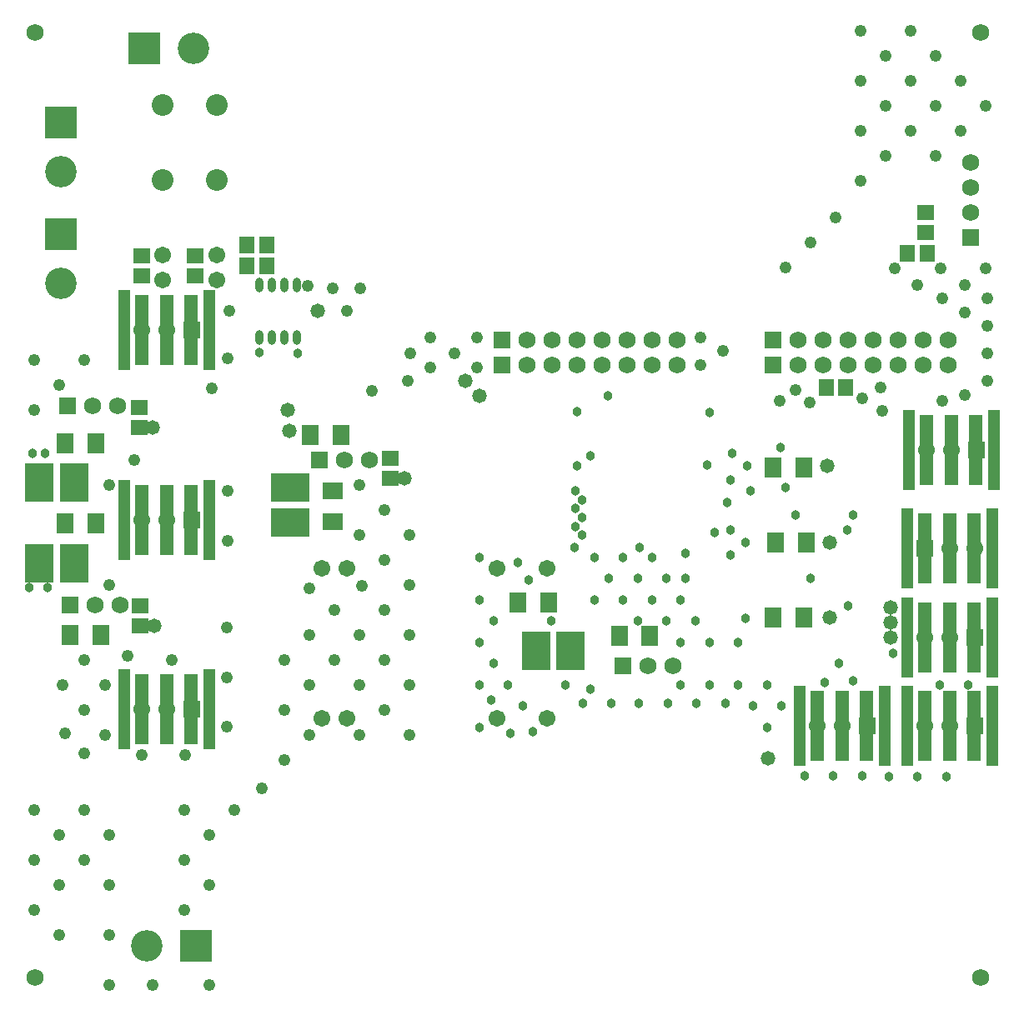
<source format=gts>
G04 Layer_Color=8388736*
%FSLAX25Y25*%
%MOIN*%
G70*
G01*
G75*
%ADD48O,0.03162X0.05918*%
%ADD49R,0.06706X0.06312*%
%ADD50R,0.06312X0.06706*%
%ADD51R,0.05682X0.28359*%
%ADD52R,0.05131X0.32296*%
%ADD53R,0.15643X0.11509*%
%ADD54R,0.11509X0.15643*%
%ADD55R,0.06706X0.08280*%
%ADD56R,0.08280X0.06706*%
%ADD57C,0.08674*%
%ADD58C,0.06706*%
%ADD59C,0.06800*%
%ADD60R,0.06800X0.06800*%
%ADD61R,0.06800X0.06800*%
%ADD62R,0.06706X0.06706*%
%ADD63R,0.12611X0.12611*%
%ADD64C,0.12611*%
%ADD65R,0.12611X0.12611*%
%ADD66C,0.04800*%
%ADD67C,0.03800*%
%ADD68C,0.05800*%
D48*
X89468Y256067D02*
D03*
X94468D02*
D03*
X99468D02*
D03*
X104469D02*
D03*
X89468Y276933D02*
D03*
X94468D02*
D03*
X99468D02*
D03*
X104469D02*
D03*
D49*
X64000Y288437D02*
D03*
Y280563D02*
D03*
X356000Y305937D02*
D03*
Y298063D02*
D03*
X42500Y288437D02*
D03*
Y280563D02*
D03*
X142000Y199563D02*
D03*
Y207437D02*
D03*
X42000Y140563D02*
D03*
Y148437D02*
D03*
X41500Y220063D02*
D03*
Y227937D02*
D03*
D50*
X92437Y284500D02*
D03*
X84563D02*
D03*
X323937Y236000D02*
D03*
X316063D02*
D03*
X356437Y289500D02*
D03*
X348563D02*
D03*
X92437Y293000D02*
D03*
X84563D02*
D03*
D51*
X365500Y136041D02*
D03*
X375342D02*
D03*
X355657D02*
D03*
X365500Y100500D02*
D03*
X375342D02*
D03*
X355657D02*
D03*
X322500Y100500D02*
D03*
X332343D02*
D03*
X312658D02*
D03*
X365500Y171500D02*
D03*
X355657D02*
D03*
X375342D02*
D03*
X366100Y211000D02*
D03*
X375943D02*
D03*
X356258D02*
D03*
X52500Y107100D02*
D03*
X62343D02*
D03*
X42658D02*
D03*
X52500Y183050D02*
D03*
X62343D02*
D03*
X42658D02*
D03*
X52500Y259000D02*
D03*
X62343D02*
D03*
X42658D02*
D03*
D52*
X348551Y136041D02*
D03*
X382449D02*
D03*
X348551Y100500D02*
D03*
X382449D02*
D03*
X305551Y100500D02*
D03*
X339449D02*
D03*
X382448Y171500D02*
D03*
X348551D02*
D03*
X349151Y211000D02*
D03*
X383049D02*
D03*
X35551Y107100D02*
D03*
X69449D02*
D03*
X35551Y183050D02*
D03*
X69449D02*
D03*
X35551Y259000D02*
D03*
X69449D02*
D03*
D53*
X102000Y182032D02*
D03*
Y195968D02*
D03*
D54*
X1531Y165500D02*
D03*
X15469D02*
D03*
X200031Y130500D02*
D03*
X213968D02*
D03*
X1531Y198000D02*
D03*
X15469D02*
D03*
D55*
X307102Y144000D02*
D03*
X294898D02*
D03*
X308102Y174000D02*
D03*
X295898D02*
D03*
X109898Y217000D02*
D03*
X122102D02*
D03*
X307102Y203969D02*
D03*
X294898D02*
D03*
X13898Y137000D02*
D03*
X26102D02*
D03*
X233398Y136500D02*
D03*
X245602D02*
D03*
X192898Y150000D02*
D03*
X205102D02*
D03*
X11898Y213500D02*
D03*
X24102D02*
D03*
X11898Y181500D02*
D03*
X24102D02*
D03*
D56*
X119000Y182398D02*
D03*
Y194602D02*
D03*
D57*
X72379Y349000D02*
D03*
Y319000D02*
D03*
X50879Y349000D02*
D03*
Y319000D02*
D03*
D58*
X72379Y289000D02*
D03*
Y279000D02*
D03*
X50879Y289000D02*
D03*
Y279000D02*
D03*
X114500Y103500D02*
D03*
X124500D02*
D03*
X184500D02*
D03*
X204500D02*
D03*
X114500Y163500D02*
D03*
X204500D02*
D03*
X184500D02*
D03*
X124500D02*
D03*
X355500Y136041D02*
D03*
X365500D02*
D03*
X355500Y100500D02*
D03*
X365500D02*
D03*
X312500Y100500D02*
D03*
X322500D02*
D03*
X375500Y171500D02*
D03*
X365500D02*
D03*
X356100Y211000D02*
D03*
X366100D02*
D03*
X42500Y107100D02*
D03*
X52500D02*
D03*
X42500Y183050D02*
D03*
X52500D02*
D03*
X42500Y259000D02*
D03*
X52500D02*
D03*
D59*
X133500Y207000D02*
D03*
X123500D02*
D03*
X33984Y149000D02*
D03*
X23984D02*
D03*
X255000Y124500D02*
D03*
X245000D02*
D03*
X33000Y228500D02*
D03*
X23000D02*
D03*
X325000Y255000D02*
D03*
X335000D02*
D03*
X345000D02*
D03*
X355000D02*
D03*
X365000D02*
D03*
X305000D02*
D03*
X315000D02*
D03*
X374000Y326000D02*
D03*
Y316000D02*
D03*
Y306000D02*
D03*
X325000Y245000D02*
D03*
X335000D02*
D03*
X345000D02*
D03*
X355000D02*
D03*
X365000D02*
D03*
X305000D02*
D03*
X315000D02*
D03*
X216500D02*
D03*
X226500D02*
D03*
X236500D02*
D03*
X246500D02*
D03*
X256500D02*
D03*
X196500D02*
D03*
X206500D02*
D03*
X216500Y255000D02*
D03*
X226500D02*
D03*
X236500D02*
D03*
X246500D02*
D03*
X256500D02*
D03*
X196500D02*
D03*
X206500D02*
D03*
X0Y377953D02*
D03*
X377953D02*
D03*
Y0D02*
D03*
X0D02*
D03*
D60*
X113500Y207000D02*
D03*
X13984Y149000D02*
D03*
X235000Y124500D02*
D03*
X13000Y228500D02*
D03*
X295000Y255000D02*
D03*
Y245000D02*
D03*
X186500D02*
D03*
Y255000D02*
D03*
D61*
X374000Y296000D02*
D03*
D62*
X375500Y136041D02*
D03*
Y100500D02*
D03*
X332500Y100500D02*
D03*
X355500Y171500D02*
D03*
X376100Y211000D02*
D03*
X62500Y107100D02*
D03*
Y183050D02*
D03*
Y259000D02*
D03*
D63*
X10266Y297342D02*
D03*
Y341843D02*
D03*
D64*
Y277658D02*
D03*
Y322158D02*
D03*
X63055Y371500D02*
D03*
X44445Y12500D02*
D03*
D65*
X43370Y371500D02*
D03*
X64130Y12500D02*
D03*
D66*
X77000Y194500D02*
D03*
Y174500D02*
D03*
X130500Y156500D02*
D03*
X109500Y155500D02*
D03*
X47000Y-3000D02*
D03*
X54500Y127000D02*
D03*
X37000Y128500D02*
D03*
X70500Y235500D02*
D03*
X77000Y247500D02*
D03*
X77500Y266500D02*
D03*
X-500Y227000D02*
D03*
X19500Y247000D02*
D03*
X9500Y237000D02*
D03*
X-500Y247000D02*
D03*
X39500Y207000D02*
D03*
X29500Y197000D02*
D03*
Y157000D02*
D03*
X76535Y140053D02*
D03*
Y120053D02*
D03*
Y100270D02*
D03*
X60000Y89000D02*
D03*
X42500D02*
D03*
X11000Y117000D02*
D03*
X12000Y97500D02*
D03*
X28000Y117000D02*
D03*
X19500Y127000D02*
D03*
X28000Y97000D02*
D03*
X19500Y107000D02*
D03*
Y89500D02*
D03*
X-500Y67000D02*
D03*
X9500Y17000D02*
D03*
Y57000D02*
D03*
X19500Y67000D02*
D03*
Y47000D02*
D03*
X29500Y-3000D02*
D03*
Y17000D02*
D03*
X9500Y37000D02*
D03*
X-500Y27000D02*
D03*
Y47000D02*
D03*
X29500Y37000D02*
D03*
Y57000D02*
D03*
X69500Y-3000D02*
D03*
X59500Y27000D02*
D03*
Y67000D02*
D03*
X69500Y37000D02*
D03*
X59500Y47000D02*
D03*
X69500Y57000D02*
D03*
X79500Y67000D02*
D03*
X90500Y75500D02*
D03*
X99500Y87000D02*
D03*
Y107000D02*
D03*
Y127000D02*
D03*
X129500Y197000D02*
D03*
X139500Y187000D02*
D03*
X129500Y177000D02*
D03*
X149500D02*
D03*
X139500Y167000D02*
D03*
X119500Y147000D02*
D03*
X149500Y157000D02*
D03*
X139500Y147000D02*
D03*
X149500Y137000D02*
D03*
X109500Y117000D02*
D03*
X129500D02*
D03*
X139500Y107000D02*
D03*
X119500Y127000D02*
D03*
X139500D02*
D03*
X129500Y137000D02*
D03*
X109500D02*
D03*
X149500Y117000D02*
D03*
X109500Y97000D02*
D03*
X129500D02*
D03*
X149500D02*
D03*
X109000Y276500D02*
D03*
X119000Y275500D02*
D03*
X124500Y266500D02*
D03*
X130000Y275500D02*
D03*
X134500Y234500D02*
D03*
X150000Y249500D02*
D03*
X149000Y238500D02*
D03*
X167500Y249500D02*
D03*
X176500Y256000D02*
D03*
X158000D02*
D03*
Y244000D02*
D03*
X176500D02*
D03*
X275000Y250500D02*
D03*
X266000Y256000D02*
D03*
Y245000D02*
D03*
X309500Y230000D02*
D03*
X304000Y235000D02*
D03*
X297500Y230500D02*
D03*
X338500Y226500D02*
D03*
X330500Y231500D02*
D03*
X338000Y236000D02*
D03*
X362500Y230500D02*
D03*
X371500Y233000D02*
D03*
X380500Y238500D02*
D03*
Y249500D02*
D03*
Y260500D02*
D03*
X371500Y266000D02*
D03*
X380500Y271500D02*
D03*
X343500Y283500D02*
D03*
X352500Y277000D02*
D03*
X362500Y271500D02*
D03*
X362000Y283500D02*
D03*
X380000D02*
D03*
X371500Y277000D02*
D03*
X310000Y294000D02*
D03*
X300000Y284000D02*
D03*
X320000Y304000D02*
D03*
X330000Y318500D02*
D03*
X340000Y328500D02*
D03*
X360000D02*
D03*
X380000Y348500D02*
D03*
X370000Y338500D02*
D03*
X350000D02*
D03*
X330000D02*
D03*
X370000Y358500D02*
D03*
X330000Y378500D02*
D03*
X350000D02*
D03*
X360000Y368500D02*
D03*
X340000D02*
D03*
X360000Y348500D02*
D03*
X350000Y358500D02*
D03*
X340000Y348500D02*
D03*
X330000Y358500D02*
D03*
D67*
X364024Y80405D02*
D03*
X307500Y80500D02*
D03*
X319000D02*
D03*
X330500D02*
D03*
X298000Y212039D02*
D03*
X189976Y97645D02*
D03*
X177500Y100000D02*
D03*
X198698Y98198D02*
D03*
X281000Y117000D02*
D03*
X269500D02*
D03*
X258000D02*
D03*
X275750Y109500D02*
D03*
X264250D02*
D03*
X221698Y115198D02*
D03*
X177500Y117000D02*
D03*
X182274Y110855D02*
D03*
X183250Y125500D02*
D03*
X189000Y117000D02*
D03*
X194750Y108500D02*
D03*
X218750Y109500D02*
D03*
X230250D02*
D03*
X241250D02*
D03*
X252750D02*
D03*
X212000Y117000D02*
D03*
X315500Y118000D02*
D03*
X298250Y108500D02*
D03*
X292500Y117000D02*
D03*
X286750Y108500D02*
D03*
X327000Y118500D02*
D03*
X321250Y125500D02*
D03*
X343000Y129500D02*
D03*
X361500Y117000D02*
D03*
X373000D02*
D03*
X352524Y80405D02*
D03*
X341024D02*
D03*
X292500Y100000D02*
D03*
X309750Y159500D02*
D03*
X327000Y185000D02*
D03*
X304000D02*
D03*
X299819Y195898D02*
D03*
X222000Y208500D02*
D03*
X271500Y178000D02*
D03*
X252250Y159500D02*
D03*
X258000Y151000D02*
D03*
X263750Y142500D02*
D03*
X246500Y168000D02*
D03*
X235000D02*
D03*
X223500D02*
D03*
X240750Y159500D02*
D03*
X229250D02*
D03*
X246500Y151000D02*
D03*
X235000D02*
D03*
X223500D02*
D03*
X177500D02*
D03*
Y134000D02*
D03*
X183250Y142500D02*
D03*
X206250D02*
D03*
X240750D02*
D03*
X281000Y134000D02*
D03*
X269500D02*
D03*
X252250Y142500D02*
D03*
X258000Y134000D02*
D03*
X197199Y159000D02*
D03*
X177500Y168000D02*
D03*
X193000Y166000D02*
D03*
X269500Y226000D02*
D03*
X216500Y226153D02*
D03*
X229000Y232500D02*
D03*
X215500Y172000D02*
D03*
X241500D02*
D03*
X268500Y205000D02*
D03*
X216500Y204500D02*
D03*
X284500D02*
D03*
X284000Y174000D02*
D03*
Y143500D02*
D03*
X260000Y159500D02*
D03*
Y169500D02*
D03*
X278000Y169000D02*
D03*
Y179000D02*
D03*
X278500Y209500D02*
D03*
X278000Y199000D02*
D03*
X276500Y189964D02*
D03*
X286000Y194500D02*
D03*
X218500Y176822D02*
D03*
X216000Y180358D02*
D03*
X218500Y184000D02*
D03*
Y191000D02*
D03*
X216000Y187500D02*
D03*
Y194500D02*
D03*
X325000Y148500D02*
D03*
X324500Y179000D02*
D03*
X-1000Y209500D02*
D03*
X4000D02*
D03*
X-2500Y156000D02*
D03*
X5000D02*
D03*
X89468Y250000D02*
D03*
X104969Y249500D02*
D03*
D68*
X342000Y142000D02*
D03*
X147500Y199500D02*
D03*
X101500Y218500D02*
D03*
X177500Y232500D02*
D03*
X172000Y238500D02*
D03*
X293000Y87500D02*
D03*
X317500Y144000D02*
D03*
Y174000D02*
D03*
X316500Y204500D02*
D03*
X342000Y148000D02*
D03*
Y136000D02*
D03*
X47500Y140500D02*
D03*
X47000Y219988D02*
D03*
X112969Y266500D02*
D03*
X101000Y227000D02*
D03*
M02*

</source>
